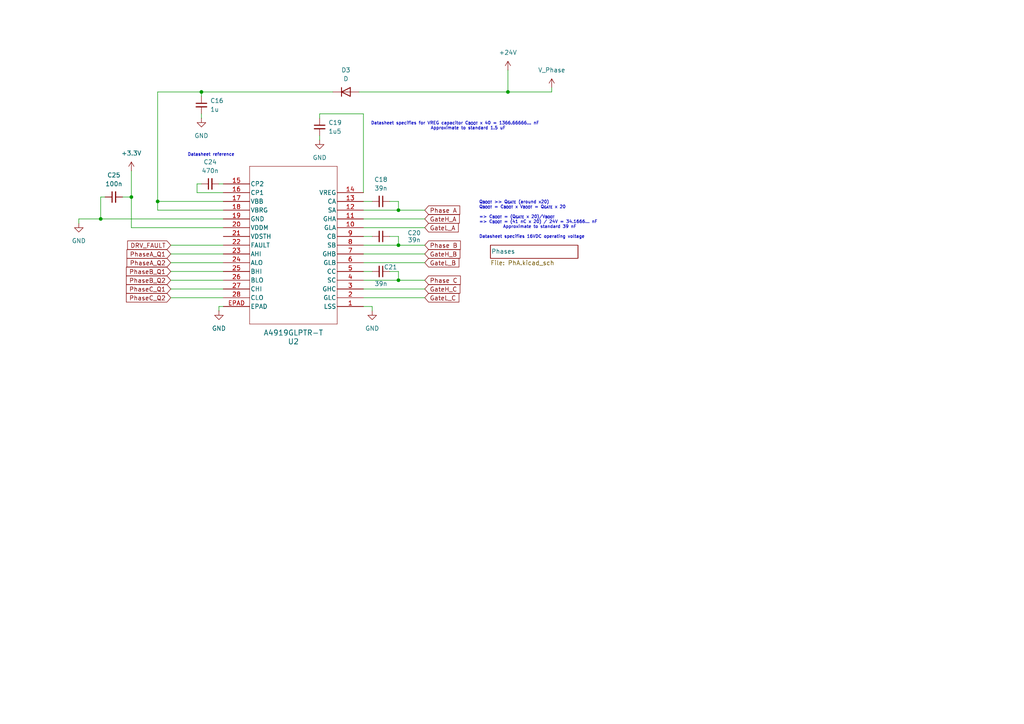
<source format=kicad_sch>
(kicad_sch (version 20231120) (generator "eeschema") (generator_version "8.0")
  (paper "A4")
  (lib_symbols
    (symbol "Device:C_Small" (pin_numbers hide) (pin_names (offset 0.254) hide)
      (property "Reference" "C" (at 0.254 1.778 0))
      (property "Value" "C_Small" (at 0.254 -2.032 0))
      (symbol "C_Small_0_1"
        (polyline (pts (xy -1.524 -0.508) (xy 1.524 -0.508)) (stroke (width 0.3302)))
        (polyline (pts (xy -1.524 0.508) (xy 1.524 0.508)) (stroke (width 0.3048)))
      )
      (symbol "C_Small_1_1"
        (pin passive line (at 0 2.54 270) (length 2.032) (name "~") (number "1"))
        (pin passive line (at 0 -2.54 90) (length 2.032) (name "~") (number "2"))
      )
    )
    (symbol "Device:D" (pin_numbers hide) (pin_names (offset 1.016) hide)
      (property "Reference" "D" (at 0 2.54 0))
      (property "Value" "D" (at 0 -2.54 0))
      (symbol "D_0_1"
        (polyline (pts (xy -1.27 1.27) (xy -1.27 -1.27)) (stroke (width 0.254)))
        (polyline (pts (xy 1.27 0) (xy -1.27 0)))
        (polyline (pts (xy 1.27 1.27) (xy 1.27 -1.27) (xy -1.27 0) (xy 1.27 1.27)) (stroke (width 0.254)))
      )
      (symbol "D_1_1"
        (pin passive line (at -3.81 0 0) (length 2.54) (name "K") (number "1"))
        (pin passive line (at 3.81 0 180) (length 2.54) (name "A") (number "2"))
      )
    )
    (symbol "Motor_driver:A4919GLPTR-T" (pin_names (offset 0.254))
      (property "Reference" "U" (at 20.32 10.16 0))
      (property "Value" "A4919GLPTR-T" (at 20.32 7.62 0))
      (symbol "A4919GLPTR-T_0_1"
        (polyline (pts (xy 7.62 -40.64) (xy 33.02 -40.64)) (stroke (width 0.127)))
        (polyline (pts (xy 7.62 5.08) (xy 7.62 -40.64)) (stroke (width 0.127)))
        (polyline (pts (xy 33.02 -40.64) (xy 33.02 5.08)) (stroke (width 0.127)))
        (polyline (pts (xy 33.02 5.08) (xy 7.62 5.08)) (stroke (width 0.127)))
        (pin unspecified line (at 0 0 0) (length 7.62) (name "LSS") (number "1"))
        (pin unspecified line (at 0 -22.86 0) (length 7.62) (name "GLA") (number "10"))
        (pin unspecified line (at 0 -25.4 0) (length 7.62) (name "GHA") (number "11"))
        (pin unspecified line (at 0 -27.94 0) (length 7.62) (name "SA") (number "12"))
        (pin unspecified line (at 0 -30.48 0) (length 7.62) (name "CA") (number "13"))
        (pin unspecified line (at 0 -33.02 0) (length 7.62) (name "VREG") (number "14"))
        (pin unspecified line (at 40.64 -35.56 180) (length 7.62) (name "CP2") (number "15"))
        (pin unspecified line (at 40.64 -33.02 180) (length 7.62) (name "CP1") (number "16"))
        (pin unspecified line (at 40.64 -30.48 180) (length 7.62) (name "VBB") (number "17"))
        (pin unspecified line (at 40.64 -27.94 180) (length 7.62) (name "VBRG") (number "18"))
        (pin unspecified line (at 40.64 -25.4 180) (length 7.62) (name "GND") (number "19"))
        (pin unspecified line (at 0 -2.54 0) (length 7.62) (name "GLC") (number "2"))
        (pin unspecified line (at 40.64 -22.86 180) (length 7.62) (name "VDDM") (number "20"))
        (pin unspecified line (at 40.64 -20.32 180) (length 7.62) (name "VDSTH") (number "21"))
        (pin unspecified line (at 40.64 -17.78 180) (length 7.62) (name "FAULT") (number "22"))
        (pin unspecified line (at 40.64 -15.24 180) (length 7.62) (name "AHI") (number "23"))
        (pin unspecified line (at 40.64 -12.7 180) (length 7.62) (name "ALO") (number "24"))
        (pin unspecified line (at 40.64 -10.16 180) (length 7.62) (name "BHI") (number "25"))
        (pin unspecified line (at 40.64 -7.62 180) (length 7.62) (name "BLO") (number "26"))
        (pin unspecified line (at 40.64 -5.08 180) (length 7.62) (name "CHI") (number "27"))
        (pin unspecified line (at 40.64 -2.54 180) (length 7.62) (name "CLO") (number "28"))
        (pin unspecified line (at 0 -5.08 0) (length 7.62) (name "GHC") (number "3"))
        (pin unspecified line (at 0 -7.62 0) (length 7.62) (name "SC") (number "4"))
        (pin unspecified line (at 0 -10.16 0) (length 7.62) (name "CC") (number "5"))
        (pin unspecified line (at 0 -12.7 0) (length 7.62) (name "GLB") (number "6"))
        (pin unspecified line (at 0 -15.24 0) (length 7.62) (name "GHB") (number "7"))
        (pin unspecified line (at 0 -17.78 0) (length 7.62) (name "SB") (number "8"))
        (pin unspecified line (at 0 -20.32 0) (length 7.62) (name "CB") (number "9"))
        (pin unspecified line (at 40.64 0 180) (length 7.62) (name "EPAD") (number "EPAD"))
      )
    )
    (symbol "power:+24V" (power) (pin_numbers hide) (pin_names (offset 0) hide)
      (property "Value" "+24V" (at 0 3.556 0))
      (symbol "+24V_0_1"
        (polyline (pts (xy -0.762 1.27) (xy 0 2.54)))
        (polyline (pts (xy 0 0) (xy 0 2.54)))
        (polyline (pts (xy 0 2.54) (xy 0.762 1.27)))
      )
      (symbol "+24V_1_1"
        (pin power_in line (at 0 0 90) (length 0) (name "~") (number "1"))
      )
    )
    (symbol "power:+3.3V" (power) (pin_numbers hide) (pin_names (offset 0) hide)
      (property "Value" "+3.3V" (at 0 3.556 0))
      (symbol "+3.3V_0_1"
        (polyline (pts (xy -0.762 1.27) (xy 0 2.54)))
        (polyline (pts (xy 0 0) (xy 0 2.54)))
        (polyline (pts (xy 0 2.54) (xy 0.762 1.27)))
      )
      (symbol "+3.3V_1_1"
        (pin power_in line (at 0 0 90) (length 0) (name "~") (number "1"))
      )
    )
    (symbol "power:GND" (power) (pin_numbers hide) (pin_names (offset 0) hide)
      (property "Value" "GND" (at 0 -3.81 0))
      (symbol "GND_0_1"
        (polyline (pts (xy 0 0) (xy 0 -1.27) (xy 1.27 -1.27) (xy 0 -2.54) (xy -1.27 -1.27) (xy 0 -1.27)))
      )
      (symbol "GND_1_1"
        (pin power_in line (at 0 0 270) (length 0) (name "~") (number "1"))
      )
    )
    (symbol "power:Vdrive" (power) (pin_numbers hide) (pin_names (offset 0) hide)
      (property "Value" "Vdrive" (at 0 3.556 0))
      (symbol "Vdrive_0_1"
        (polyline (pts (xy -0.762 1.27) (xy 0 2.54)))
        (polyline (pts (xy 0 0) (xy 0 2.54)))
        (polyline (pts (xy 0 2.54) (xy 0.762 1.27)))
      )
      (symbol "Vdrive_1_1"
        (pin power_in line (at 0 0 90) (length 0) (name "~") (number "1"))
      )
    )
  )
  (junction (at 115.57 81.28))
  (junction (at 45.72 58.42))
  (junction (at 115.57 60.96))
  (junction (at 147.32 26.67))
  (junction (at 115.57 71.12))
  (junction (at 29.21 63.5))
  (junction (at 58.42 26.67))
  (junction (at 38.1 57.15))
  (wire (pts (xy 113.03 58.42) (xy 115.57 58.42)))
  (wire (pts (xy 105.41 68.58) (xy 107.95 68.58)))
  (wire (pts (xy 30.48 57.15) (xy 29.21 57.15)))
  (wire (pts (xy 49.53 83.82) (xy 64.77 83.82)))
  (wire (pts (xy 113.03 68.58) (xy 115.57 68.58)))
  (wire (pts (xy 105.41 60.96) (xy 115.57 60.96)))
  (wire (pts (xy 115.57 68.58) (xy 115.57 71.12)))
  (wire (pts (xy 160.02 25.4) (xy 160.02 26.67)))
  (wire (pts (xy 104.14 26.67) (xy 147.32 26.67)))
  (wire (pts (xy 58.42 33.02) (xy 58.42 34.29)))
  (wire (pts (xy 49.53 86.36) (xy 64.77 86.36)))
  (wire (pts (xy 63.5 90.17) (xy 63.5 88.9)))
  (wire (pts (xy 92.71 33.02) (xy 92.71 34.29)))
  (wire (pts (xy 49.53 81.28) (xy 64.77 81.28)))
  (wire (pts (xy 57.15 55.88) (xy 64.77 55.88)))
  (wire (pts (xy 22.86 64.77) (xy 22.86 63.5)))
  (wire (pts (xy 45.72 58.42) (xy 64.77 58.42)))
  (wire (pts (xy 57.15 53.34) (xy 58.42 53.34)))
  (wire (pts (xy 115.57 78.74) (xy 115.57 81.28)))
  (wire (pts (xy 113.03 78.74) (xy 115.57 78.74)))
  (wire (pts (xy 115.57 71.12) (xy 123.19 71.12)))
  (wire (pts (xy 105.41 33.02) (xy 92.71 33.02)))
  (wire (pts (xy 105.41 88.9) (xy 107.95 88.9)))
  (wire (pts (xy 107.95 90.17) (xy 107.95 88.9)))
  (wire (pts (xy 58.42 26.67) (xy 58.42 27.94)))
  (wire (pts (xy 105.41 73.66) (xy 123.19 73.66)))
  (wire (pts (xy 115.57 58.42) (xy 115.57 60.96)))
  (wire (pts (xy 63.5 88.9) (xy 64.77 88.9)))
  (wire (pts (xy 45.72 58.42) (xy 45.72 60.96)))
  (wire (pts (xy 38.1 49.53) (xy 38.1 57.15)))
  (wire (pts (xy 105.41 83.82) (xy 123.19 83.82)))
  (wire (pts (xy 115.57 81.28) (xy 123.19 81.28)))
  (wire (pts (xy 58.42 26.67) (xy 45.72 26.67)))
  (wire (pts (xy 45.72 26.67) (xy 45.72 58.42)))
  (wire (pts (xy 96.52 26.67) (xy 58.42 26.67)))
  (wire (pts (xy 105.41 71.12) (xy 115.57 71.12)))
  (wire (pts (xy 29.21 63.5) (xy 64.77 63.5)))
  (wire (pts (xy 105.41 81.28) (xy 115.57 81.28)))
  (wire (pts (xy 49.53 73.66) (xy 64.77 73.66)))
  (wire (pts (xy 29.21 57.15) (xy 29.21 63.5)))
  (wire (pts (xy 105.41 76.2) (xy 123.19 76.2)))
  (wire (pts (xy 105.41 55.88) (xy 105.41 33.02)))
  (wire (pts (xy 22.86 63.5) (xy 29.21 63.5)))
  (wire (pts (xy 38.1 66.04) (xy 64.77 66.04)))
  (wire (pts (xy 49.53 71.12) (xy 64.77 71.12)))
  (wire (pts (xy 38.1 57.15) (xy 38.1 66.04)))
  (wire (pts (xy 147.32 26.67) (xy 160.02 26.67)))
  (wire (pts (xy 105.41 63.5) (xy 123.19 63.5)))
  (wire (pts (xy 92.71 39.37) (xy 92.71 40.64)))
  (wire (pts (xy 105.41 86.36) (xy 123.19 86.36)))
  (wire (pts (xy 49.53 78.74) (xy 64.77 78.74)))
  (wire (pts (xy 63.5 53.34) (xy 64.77 53.34)))
  (wire (pts (xy 35.56 57.15) (xy 38.1 57.15)))
  (wire (pts (xy 57.15 53.34) (xy 57.15 55.88)))
  (wire (pts (xy 147.32 20.32) (xy 147.32 26.67)))
  (wire (pts (xy 105.41 78.74) (xy 107.95 78.74)))
  (wire (pts (xy 49.53 76.2) (xy 64.77 76.2)))
  (wire (pts (xy 105.41 58.42) (xy 107.95 58.42)))
  (wire (pts (xy 115.57 60.96) (xy 123.19 60.96)))
  (wire (pts (xy 64.77 60.96) (xy 45.72 60.96)))
  (wire (pts (xy 105.41 66.04) (xy 123.19 66.04)))
  (text "Q_{BOOT} >> Q_{GATE} (around x20)\nQ_{BOOT} = C_{BOOT} x V_{BOOT} = Q_{GATE} x 20\n\n=> C_{BOOT} = (Q_{GATE} x 20)/V_{BOOT}\n=> C_{BOOT} = (41 nC x 20) / 24V = 34.1666... nF\n		Approximate to standard 39 nF\n\nDatasheet specifies 16VDC operating voltage" (at 138.938 63.754 0) (effects (font (size 0.889 0.889)) (justify left)))
  (text "Datasheet reference" (at 61.214 44.958 0) (effects (font (size 0.889 0.889))))
  (text "Datasheet specifies for VREG capacitor C_{BOOT} x 40 = 1366.66666... nF \n		Approximate to standard 1.5 uF" (at 132.334 36.576 0) (effects (font (size 0.889 0.889))))
  (global_label "PhaseC_Q2" (shape input) (at 49.53 86.36 180) (property "Intersheetrefs" "${INTERSHEET_REFS}" (effects (hide yes))))
  (global_label "GateL_C" (shape input) (at 123.19 86.36 0) (property "Intersheetrefs" "${INTERSHEET_REFS}" (effects (hide yes))))
  (global_label "GateH_B" (shape input) (at 123.19 73.66 0) (property "Intersheetrefs" "${INTERSHEET_REFS}" (effects (hide yes))))
  (global_label "Phase C" (shape input) (at 123.19 81.28 0) (property "Intersheetrefs" "${INTERSHEET_REFS}" (effects (hide yes))))
  (global_label "GateL_B" (shape input) (at 123.19 76.2 0) (property "Intersheetrefs" "${INTERSHEET_REFS}" (effects (hide yes))))
  (global_label "PhaseA_Q2" (shape input) (at 49.53 76.2 180) (property "Intersheetrefs" "${INTERSHEET_REFS}" (effects (hide yes))))
  (global_label "PhaseC_Q1" (shape input) (at 49.53 83.82 180) (property "Intersheetrefs" "${INTERSHEET_REFS}" (effects (hide yes))))
  (global_label "PhaseB_Q2" (shape input) (at 49.53 81.28 180) (property "Intersheetrefs" "${INTERSHEET_REFS}" (effects (hide yes))))
  (global_label "GateL_A" (shape input) (at 123.19 66.04 0) (property "Intersheetrefs" "${INTERSHEET_REFS}" (effects (hide yes))))
  (global_label "Phase B" (shape input) (at 123.19 71.12 0) (property "Intersheetrefs" "${INTERSHEET_REFS}" (effects (hide yes))))
  (global_label "PhaseB_Q1" (shape input) (at 49.53 78.74 180) (property "Intersheetrefs" "${INTERSHEET_REFS}" (effects (hide yes))))
  (global_label "PhaseA_Q1" (shape input) (at 49.53 73.66 180) (property "Intersheetrefs" "${INTERSHEET_REFS}" (effects (hide yes))))
  (global_label "GateH_C" (shape input) (at 123.19 83.82 0) (property "Intersheetrefs" "${INTERSHEET_REFS}" (effects (hide yes))))
  (global_label "DRV_FAULT" (shape input) (at 49.53 71.12 180) (property "Intersheetrefs" "${INTERSHEET_REFS}" (effects (hide yes))))
  (global_label "Phase A" (shape input) (at 123.19 60.96 0) (property "Intersheetrefs" "${INTERSHEET_REFS}" (effects (hide yes))))
  (global_label "GateH_A" (shape input) (at 123.19 63.5 0) (property "Intersheetrefs" "${INTERSHEET_REFS}" (effects (hide yes))))
  (symbol (lib_id "power:GND") (at 107.95 90.17 0) (unit 1)
    (property "Reference" "#PWR024" (effects (hide yes)))
    (property "Value" "GND" (at 107.95 95.25 0))
    (property "Description" "Power symbol creates a global label with name \"GND\" , ground" (effects (hide yes)))
  )
  (symbol (lib_id "Device:D") (at 100.33 26.67 0) (unit 1)
    (property "Reference" "D3" (at 100.33 20.32 0))
    (property "Value" "D" (at 100.33 22.86 0))
    (property "Description" "Diode" (effects (hide yes)))
    (property "Sim.Device" "D" (effects (hide yes)))
    (property "Sim.Pins" "1=K 2=A" (effects (hide yes)))
  )
  (symbol (lib_id "Device:C_Small") (at 110.49 58.42 270) (unit 1)
    (property "Reference" "C18" (at 110.4836 52.07 90))
    (property "Value" "39n" (at 110.4836 54.61 90))
    (property "Footprint" "Capacitor_SMD:C_0402_1005Metric" (effects (hide yes)))
    (property "Description" "Unpolarized capacitor, small symbol" (effects (hide yes)))
    (property "PartNum" "C0402C393J4RACTU" (effects (hide yes)))
  )
  (symbol (lib_id "Device:C_Small") (at 33.02 57.15 90) (unit 1)
    (property "Reference" "C25" (at 33.0263 50.8 90))
    (property "Value" "100n" (at 33.0263 53.34 90))
    (property "Footprint" "Capacitor_SMD:C_0402_1005Metric" (effects (hide yes)))
    (property "Description" "Unpolarized capacitor, small symbol" (effects (hide yes)))
    (property "PartNum" "GCM1555C1H240FA16J" (effects (hide yes)))
  )
  (symbol (lib_id "Device:C_Small") (at 60.96 53.34 90) (unit 1)
    (property "Reference" "C24" (at 60.9663 46.99 90))
    (property "Value" "470n" (at 60.9663 49.53 90))
    (property "Description" "Unpolarized capacitor, small symbol" (effects (hide yes)))
  )
  (symbol (lib_id "Device:C_Small") (at 110.49 78.74 270) (unit 1)
    (property "Reference" "C21" (at 113.284 77.47 90))
    (property "Value" "39n" (at 110.49 82.296 90))
    (property "Footprint" "Capacitor_SMD:C_0402_1005Metric" (effects (hide yes)))
    (property "Description" "Unpolarized capacitor, small symbol" (effects (hide yes)))
    (property "PartNum" "C0402C393J4RACTU" (effects (hide yes)))
  )
  (symbol (lib_id "power:GND") (at 92.71 40.64 0) (unit 1)
    (property "Reference" "#PWR025" (effects (hide yes)))
    (property "Value" "GND" (at 92.71 45.72 0))
    (property "Description" "Power symbol creates a global label with name \"GND\" , ground" (effects (hide yes)))
  )
  (symbol (lib_id "power:GND") (at 22.86 64.77 0) (unit 1)
    (property "Reference" "#PWR023" (effects (hide yes)))
    (property "Value" "GND" (at 22.86 69.85 0))
    (property "Description" "Power symbol creates a global label with name \"GND\" , ground" (effects (hide yes)))
  )
  (symbol (lib_id "power:Vdrive") (at 160.02 25.4 0) (unit 1)
    (property "Reference" "#PWR032" (effects (hide yes)))
    (property "Value" "V_Phase" (at 160.02 20.32 0))
    (property "Description" "Power symbol creates a global label with name \"Vdrive\"" (effects (hide yes)))
  )
  (symbol (lib_id "power:+24V") (at 147.32 20.32 0) (unit 1)
    (property "Reference" "#PWR063" (effects (hide yes)))
    (property "Value" "+24V" (at 147.32 15.24 0))
    (property "Description" "Power symbol creates a global label with name \"+24V\"" (effects (hide yes)))
  )
  (symbol (lib_id "power:GND") (at 58.42 34.29 0) (unit 1)
    (property "Reference" "#PWR057" (effects (hide yes)))
    (property "Value" "GND" (at 58.42 39.37 0))
    (property "Description" "Power symbol creates a global label with name \"GND\" , ground" (effects (hide yes)))
  )
  (symbol (lib_id "Motor_driver:A4919GLPTR-T") (at 105.41 88.9 180) (unit 1)
    (property "Reference" "U2" (at 85.09 99.06 0) (effects (font (size 1.524 1.524))))
    (property "Value" "A4919GLPTR-T" (at 85.09 96.52 0) (effects (font (size 1.524 1.524))))
    (property "Footprint" "MotorDrivers:A4919GLPTR-T_ALM" (effects (hide yes)))
  )
  (symbol (lib_id "power:GND") (at 63.5 90.17 0) (unit 1)
    (property "Reference" "#PWR022" (effects (hide yes)))
    (property "Value" "GND" (at 63.5 95.25 0))
    (property "Description" "Power symbol creates a global label with name \"GND\" , ground" (effects (hide yes)))
  )
  (symbol (lib_id "Device:C_Small") (at 92.71 36.83 0) (unit 1)
    (property "Reference" "C19" (at 95.25 35.5662 0) (effects (justify left)))
    (property "Value" "1u5" (at 95.25 38.1062 0) (effects (justify left)))
    (property "Footprint" "Capacitor_SMD:C_0402_1005Metric" (effects (hide yes)))
    (property "Description" "Unpolarized capacitor, small symbol" (effects (hide yes)))
    (property "PartNum" "C1005X5R1C155K050BC" (effects (hide yes)))
  )
  (symbol (lib_id "power:+3.3V") (at 38.1 49.53 0) (unit 1)
    (property "Reference" "#PWR026" (effects (hide yes)))
    (property "Value" "+3.3V" (at 38.1 44.45 0))
    (property "Description" "Power symbol creates a global label with name \"+3.3V\"" (effects (hide yes)))
  )
  (symbol (lib_id "Device:C_Small") (at 110.49 68.58 270) (unit 1)
    (property "Reference" "C20" (at 120.142 67.564 90))
    (property "Value" "39n" (at 120.142 69.596 90))
    (property "Footprint" "Capacitor_SMD:C_0402_1005Metric" (effects (hide yes)))
    (property "Description" "Unpolarized capacitor, small symbol" (effects (hide yes)))
    (property "PartNum" "C0402C393J4RACTU" (effects (hide yes)))
  )
  (symbol (lib_id "Device:C_Small") (at 58.42 30.48 0) (unit 1)
    (property "Reference" "C16" (at 60.96 29.2162 0) (effects (justify left)))
    (property "Value" "1u" (at 60.96 31.7562 0) (effects (justify left)))
    (property "Footprint" "Capacitor_SMD:C_0402_1005Metric" (effects (hide yes)))
    (property "Description" "Unpolarized capacitor, small symbol" (effects (hide yes)))
    (property "PartNum" "C1005X5R1C155K050BC" (effects (hide yes)))
  )
  (sheet (at 142.24 71.12) (size 25.4 3.81) (stroke (width 0.1524))
    (property "Sheetname" "Phases" (at 142.494 73.66 0) (effects (justify left bottom)))
    (property "Sheetfile" "PhA.kicad_sch" (at 142.24 75.5146 0) (effects (justify left top)))
  )
)
</source>
